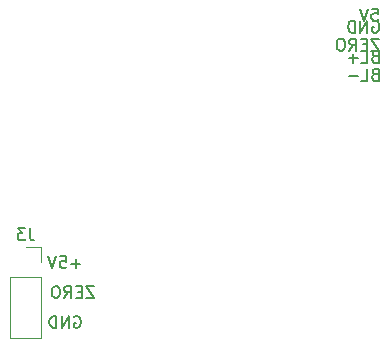
<source format=gbr>
%TF.GenerationSoftware,KiCad,Pcbnew,(6.0.7-1)-1*%
%TF.CreationDate,2023-10-29T12:13:08+10:00*%
%TF.ProjectId,GAUGE_Analog Instruments,47415547-455f-4416-9e61-6c6f6720496e,rev?*%
%TF.SameCoordinates,Original*%
%TF.FileFunction,Legend,Bot*%
%TF.FilePolarity,Positive*%
%FSLAX46Y46*%
G04 Gerber Fmt 4.6, Leading zero omitted, Abs format (unit mm)*
G04 Created by KiCad (PCBNEW (6.0.7-1)-1) date 2023-10-29 12:13:08*
%MOMM*%
%LPD*%
G01*
G04 APERTURE LIST*
%ADD10C,0.150000*%
%ADD11C,0.120000*%
G04 APERTURE END LIST*
D10*
X169682289Y-106511954D02*
X169015623Y-106511954D01*
X169682289Y-107511954D01*
X169015623Y-107511954D01*
X168634670Y-106988145D02*
X168301337Y-106988145D01*
X168158480Y-107511954D02*
X168634670Y-107511954D01*
X168634670Y-106511954D01*
X168158480Y-106511954D01*
X167158480Y-107511954D02*
X167491813Y-107035764D01*
X167729908Y-107511954D02*
X167729908Y-106511954D01*
X167348956Y-106511954D01*
X167253718Y-106559574D01*
X167206099Y-106607193D01*
X167158480Y-106702431D01*
X167158480Y-106845288D01*
X167206099Y-106940526D01*
X167253718Y-106988145D01*
X167348956Y-107035764D01*
X167729908Y-107035764D01*
X166539432Y-106511954D02*
X166348956Y-106511954D01*
X166253718Y-106559574D01*
X166158480Y-106654812D01*
X166110861Y-106845288D01*
X166110861Y-107178621D01*
X166158480Y-107369097D01*
X166253718Y-107464335D01*
X166348956Y-107511954D01*
X166539432Y-107511954D01*
X166634670Y-107464335D01*
X166729908Y-107369097D01*
X166777527Y-107178621D01*
X166777527Y-106845288D01*
X166729908Y-106654812D01*
X166634670Y-106559574D01*
X166539432Y-106511954D01*
X167999670Y-109099574D02*
X168094908Y-109051954D01*
X168237766Y-109051954D01*
X168380623Y-109099574D01*
X168475861Y-109194812D01*
X168523480Y-109290050D01*
X168571099Y-109480526D01*
X168571099Y-109623383D01*
X168523480Y-109813859D01*
X168475861Y-109909097D01*
X168380623Y-110004335D01*
X168237766Y-110051954D01*
X168142527Y-110051954D01*
X167999670Y-110004335D01*
X167952051Y-109956716D01*
X167952051Y-109623383D01*
X168142527Y-109623383D01*
X167523480Y-110051954D02*
X167523480Y-109051954D01*
X166952051Y-110051954D01*
X166952051Y-109051954D01*
X166475861Y-110051954D02*
X166475861Y-109051954D01*
X166237766Y-109051954D01*
X166094908Y-109099574D01*
X165999670Y-109194812D01*
X165952051Y-109290050D01*
X165904432Y-109480526D01*
X165904432Y-109623383D01*
X165952051Y-109813859D01*
X165999670Y-109909097D01*
X166094908Y-110004335D01*
X166237766Y-110051954D01*
X166475861Y-110051954D01*
X168523480Y-104591002D02*
X167761575Y-104591002D01*
X168142527Y-104971954D02*
X168142527Y-104210050D01*
X166809194Y-103971954D02*
X167285385Y-103971954D01*
X167333004Y-104448145D01*
X167285385Y-104400526D01*
X167190146Y-104352907D01*
X166952051Y-104352907D01*
X166856813Y-104400526D01*
X166809194Y-104448145D01*
X166761575Y-104543383D01*
X166761575Y-104781478D01*
X166809194Y-104876716D01*
X166856813Y-104924335D01*
X166952051Y-104971954D01*
X167190146Y-104971954D01*
X167285385Y-104924335D01*
X167333004Y-104876716D01*
X166475861Y-103971954D02*
X166142527Y-104971954D01*
X165809194Y-103971954D01*
X193467895Y-87049145D02*
X193325038Y-87096764D01*
X193277419Y-87144383D01*
X193229800Y-87239621D01*
X193229800Y-87382478D01*
X193277419Y-87477716D01*
X193325038Y-87525335D01*
X193420276Y-87572954D01*
X193801229Y-87572954D01*
X193801229Y-86572954D01*
X193467895Y-86572954D01*
X193372657Y-86620574D01*
X193325038Y-86668193D01*
X193277419Y-86763431D01*
X193277419Y-86858669D01*
X193325038Y-86953907D01*
X193372657Y-87001526D01*
X193467895Y-87049145D01*
X193801229Y-87049145D01*
X192325038Y-87572954D02*
X192801229Y-87572954D01*
X192801229Y-86572954D01*
X191991705Y-87192002D02*
X191229800Y-87192002D01*
X191610753Y-87572954D02*
X191610753Y-86811050D01*
X193277419Y-84080574D02*
X193372657Y-84032954D01*
X193515515Y-84032954D01*
X193658372Y-84080574D01*
X193753610Y-84175812D01*
X193801229Y-84271050D01*
X193848848Y-84461526D01*
X193848848Y-84604383D01*
X193801229Y-84794859D01*
X193753610Y-84890097D01*
X193658372Y-84985335D01*
X193515515Y-85032954D01*
X193420276Y-85032954D01*
X193277419Y-84985335D01*
X193229800Y-84937716D01*
X193229800Y-84604383D01*
X193420276Y-84604383D01*
X192801229Y-85032954D02*
X192801229Y-84032954D01*
X192229800Y-85032954D01*
X192229800Y-84032954D01*
X191753610Y-85032954D02*
X191753610Y-84032954D01*
X191515515Y-84032954D01*
X191372657Y-84080574D01*
X191277419Y-84175812D01*
X191229800Y-84271050D01*
X191182181Y-84461526D01*
X191182181Y-84604383D01*
X191229800Y-84794859D01*
X191277419Y-84890097D01*
X191372657Y-84985335D01*
X191515515Y-85032954D01*
X191753610Y-85032954D01*
X193467895Y-88573145D02*
X193325038Y-88620764D01*
X193277419Y-88668383D01*
X193229800Y-88763621D01*
X193229800Y-88906478D01*
X193277419Y-89001716D01*
X193325038Y-89049335D01*
X193420276Y-89096954D01*
X193801229Y-89096954D01*
X193801229Y-88096954D01*
X193467895Y-88096954D01*
X193372657Y-88144574D01*
X193325038Y-88192193D01*
X193277419Y-88287431D01*
X193277419Y-88382669D01*
X193325038Y-88477907D01*
X193372657Y-88525526D01*
X193467895Y-88573145D01*
X193801229Y-88573145D01*
X192325038Y-89096954D02*
X192801229Y-89096954D01*
X192801229Y-88096954D01*
X191991705Y-88716002D02*
X191229800Y-88716002D01*
X193817038Y-85556954D02*
X193150372Y-85556954D01*
X193817038Y-86556954D01*
X193150372Y-86556954D01*
X192769419Y-86033145D02*
X192436086Y-86033145D01*
X192293229Y-86556954D02*
X192769419Y-86556954D01*
X192769419Y-85556954D01*
X192293229Y-85556954D01*
X191293229Y-86556954D02*
X191626562Y-86080764D01*
X191864657Y-86556954D02*
X191864657Y-85556954D01*
X191483705Y-85556954D01*
X191388467Y-85604574D01*
X191340848Y-85652193D01*
X191293229Y-85747431D01*
X191293229Y-85890288D01*
X191340848Y-85985526D01*
X191388467Y-86033145D01*
X191483705Y-86080764D01*
X191864657Y-86080764D01*
X190674181Y-85556954D02*
X190483705Y-85556954D01*
X190388467Y-85604574D01*
X190293229Y-85699812D01*
X190245610Y-85890288D01*
X190245610Y-86223621D01*
X190293229Y-86414097D01*
X190388467Y-86509335D01*
X190483705Y-86556954D01*
X190674181Y-86556954D01*
X190769419Y-86509335D01*
X190864657Y-86414097D01*
X190912276Y-86223621D01*
X190912276Y-85890288D01*
X190864657Y-85699812D01*
X190769419Y-85604574D01*
X190674181Y-85556954D01*
X193213991Y-83016954D02*
X193690181Y-83016954D01*
X193737800Y-83493145D01*
X193690181Y-83445526D01*
X193594943Y-83397907D01*
X193356848Y-83397907D01*
X193261610Y-83445526D01*
X193213991Y-83493145D01*
X193166372Y-83588383D01*
X193166372Y-83826478D01*
X193213991Y-83921716D01*
X193261610Y-83969335D01*
X193356848Y-84016954D01*
X193594943Y-84016954D01*
X193690181Y-83969335D01*
X193737800Y-83921716D01*
X192880657Y-83016954D02*
X192547324Y-84016954D01*
X192213991Y-83016954D01*
%TO.C,J3*%
X164231133Y-101610380D02*
X164231133Y-102324666D01*
X164278752Y-102467523D01*
X164373990Y-102562761D01*
X164516847Y-102610380D01*
X164612085Y-102610380D01*
X163850180Y-101610380D02*
X163231133Y-101610380D01*
X163564466Y-101991333D01*
X163421609Y-101991333D01*
X163326371Y-102038952D01*
X163278752Y-102086571D01*
X163231133Y-102181809D01*
X163231133Y-102419904D01*
X163278752Y-102515142D01*
X163326371Y-102562761D01*
X163421609Y-102610380D01*
X163707323Y-102610380D01*
X163802561Y-102562761D01*
X163850180Y-102515142D01*
D11*
X165227800Y-105758000D02*
X162567800Y-105758000D01*
X165227800Y-103158000D02*
X163897800Y-103158000D01*
X165227800Y-104488000D02*
X165227800Y-103158000D01*
X165227800Y-105758000D02*
X165227800Y-110898000D01*
X162567800Y-105758000D02*
X162567800Y-110898000D01*
X165227800Y-110898000D02*
X162567800Y-110898000D01*
%TD*%
M02*

</source>
